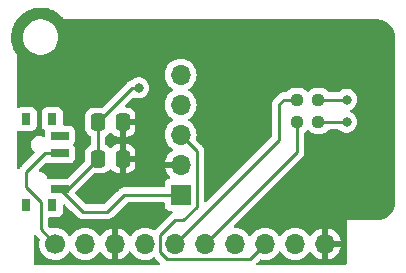
<source format=gbr>
%TF.GenerationSoftware,KiCad,Pcbnew,7.0.2-1.fc38*%
%TF.CreationDate,2023-06-06T15:14:39+02:00*%
%TF.ProjectId,F0_MyCompass,46305f4d-7943-46f6-9d70-6173732e6b69,rev?*%
%TF.SameCoordinates,Original*%
%TF.FileFunction,Copper,L2,Bot*%
%TF.FilePolarity,Positive*%
%FSLAX46Y46*%
G04 Gerber Fmt 4.6, Leading zero omitted, Abs format (unit mm)*
G04 Created by KiCad (PCBNEW 7.0.2-1.fc38) date 2023-06-06 15:14:39*
%MOMM*%
%LPD*%
G01*
G04 APERTURE LIST*
G04 Aperture macros list*
%AMRoundRect*
0 Rectangle with rounded corners*
0 $1 Rounding radius*
0 $2 $3 $4 $5 $6 $7 $8 $9 X,Y pos of 4 corners*
0 Add a 4 corners polygon primitive as box body*
4,1,4,$2,$3,$4,$5,$6,$7,$8,$9,$2,$3,0*
0 Add four circle primitives for the rounded corners*
1,1,$1+$1,$2,$3*
1,1,$1+$1,$4,$5*
1,1,$1+$1,$6,$7*
1,1,$1+$1,$8,$9*
0 Add four rect primitives between the rounded corners*
20,1,$1+$1,$2,$3,$4,$5,0*
20,1,$1+$1,$4,$5,$6,$7,0*
20,1,$1+$1,$6,$7,$8,$9,0*
20,1,$1+$1,$8,$9,$2,$3,0*%
G04 Aperture macros list end*
%TA.AperFunction,ComponentPad*%
%ADD10R,1.700000X1.700000*%
%TD*%
%TA.AperFunction,ComponentPad*%
%ADD11O,1.700000X1.700000*%
%TD*%
%TA.AperFunction,ComponentPad*%
%ADD12C,1.700000*%
%TD*%
%TA.AperFunction,SMDPad,CuDef*%
%ADD13R,0.800000X1.000000*%
%TD*%
%TA.AperFunction,SMDPad,CuDef*%
%ADD14R,1.500000X0.700000*%
%TD*%
%TA.AperFunction,SMDPad,CuDef*%
%ADD15RoundRect,0.250000X-0.337500X-0.475000X0.337500X-0.475000X0.337500X0.475000X-0.337500X0.475000X0*%
%TD*%
%TA.AperFunction,SMDPad,CuDef*%
%ADD16RoundRect,0.237500X0.250000X0.237500X-0.250000X0.237500X-0.250000X-0.237500X0.250000X-0.237500X0*%
%TD*%
%TA.AperFunction,ViaPad*%
%ADD17C,0.800000*%
%TD*%
%TA.AperFunction,Conductor*%
%ADD18C,0.250000*%
%TD*%
G04 APERTURE END LIST*
D10*
%TO.P,GY-271,1,Pin_1*%
%TO.N,+3V3*%
X92850000Y-95850000D03*
D11*
%TO.P,GY-271,2,Pin_2*%
%TO.N,GND*%
X92850000Y-93310000D03*
%TO.P,GY-271,3,Pin_3*%
%TO.N,Net-(GY-271-Pin_3)*%
X92850000Y-90770000D03*
%TO.P,GY-271,4,Pin_4*%
%TO.N,Net-(GY-271-Pin_4)*%
X92850000Y-88230000D03*
%TO.P,GY-271,5,Pin_5*%
%TO.N,unconnected-(GY-271-Pin_5-Pad5)*%
X92850000Y-85690000D03*
%TD*%
D12*
%TO.P,J1,1,Pin_1*%
%TO.N,Net-(J1-Pin_1)*%
X82220000Y-100000000D03*
D11*
%TO.P,J1,2,Pin_2*%
%TO.N,unconnected-(J1-Pin_2-Pad2)*%
X84760000Y-100000000D03*
%TO.P,J1,3,Pin_3*%
%TO.N,GND*%
X87300000Y-100000000D03*
%TO.P,J1,4,Pin_4*%
%TO.N,unconnected-(J1-Pin_4-Pad4)*%
X89840000Y-100000000D03*
%TO.P,J1,5,Pin_5*%
%TO.N,Net-(J1-Pin_5)*%
X92380000Y-100000000D03*
%TO.P,J1,6,Pin_6*%
%TO.N,Net-(J1-Pin_6)*%
X94920000Y-100000000D03*
%TO.P,J1,7,Pin_7*%
%TO.N,Net-(GY-271-Pin_4)*%
X97460000Y-100000000D03*
%TO.P,J1,8,Pin_8*%
%TO.N,Net-(GY-271-Pin_3)*%
X100000000Y-100000000D03*
%TO.P,J1,9,Pin_9*%
%TO.N,unconnected-(J1-Pin_9-Pad9)*%
X102540000Y-100000000D03*
%TO.P,J1,10,Pin_10*%
%TO.N,GND*%
X105080000Y-100000000D03*
%TD*%
D13*
%TO.P,SW1,*%
%TO.N,*%
X79770000Y-96750000D03*
X81980000Y-96750000D03*
X79770000Y-89450000D03*
X81980000Y-89450000D03*
D14*
%TO.P,SW1,1,A*%
%TO.N,+3V3*%
X82630000Y-95350000D03*
%TO.P,SW1,2,B*%
%TO.N,Net-(J1-Pin_1)*%
X82630000Y-92350000D03*
%TO.P,SW1,3,C*%
%TO.N,unconnected-(SW1-C-Pad3)*%
X82630000Y-90850000D03*
%TD*%
D15*
%TO.P,C1,1*%
%TO.N,+3V3*%
X85862500Y-92800000D03*
%TO.P,C1,2*%
%TO.N,GND*%
X87937500Y-92800000D03*
%TD*%
D16*
%TO.P,R3,1*%
%TO.N,Net-(U1-TXD)*%
X104525000Y-89700000D03*
%TO.P,R3,2*%
%TO.N,Net-(J1-Pin_6)*%
X102700000Y-89700000D03*
%TD*%
D15*
%TO.P,C2,1*%
%TO.N,+3V3*%
X85862500Y-89700000D03*
%TO.P,C2,2*%
%TO.N,GND*%
X87937500Y-89700000D03*
%TD*%
D16*
%TO.P,R2,1*%
%TO.N,Net-(U1-RXD)*%
X104525000Y-87800000D03*
%TO.P,R2,2*%
%TO.N,Net-(J1-Pin_5)*%
X102700000Y-87800000D03*
%TD*%
D17*
%TO.N,+3V3*%
X89300000Y-86800000D03*
%TO.N,GND*%
X95900000Y-83300000D03*
X104900000Y-93500000D03*
X89900000Y-97800000D03*
X98800000Y-90200000D03*
X109000000Y-83200000D03*
X109100000Y-96000000D03*
X90300000Y-92100000D03*
X84600000Y-86600000D03*
%TO.N,Net-(U1-RXD)*%
X106900000Y-87800000D03*
%TO.N,Net-(U1-TXD)*%
X106900000Y-89700000D03*
%TD*%
D18*
%TO.N,+3V3*%
X82630000Y-95350000D02*
X83312500Y-95350000D01*
X83312500Y-95350000D02*
X85862500Y-92800000D01*
X85862500Y-89700000D02*
X88762500Y-86800000D01*
X88762500Y-86800000D02*
X89300000Y-86800000D01*
X85862500Y-92800000D02*
X85862500Y-89700000D01*
X84580000Y-97300000D02*
X86625000Y-97300000D01*
X88075000Y-95850000D02*
X92850000Y-95850000D01*
X87925000Y-96000000D02*
X88075000Y-95850000D01*
X82630000Y-95350000D02*
X84580000Y-97300000D01*
X86625000Y-97300000D02*
X87925000Y-96000000D01*
%TO.N,Net-(GY-271-Pin_3)*%
X91700000Y-101300000D02*
X98700000Y-101300000D01*
X91100000Y-100700000D02*
X91700000Y-101300000D01*
X91100000Y-99300000D02*
X91100000Y-100700000D01*
X92400000Y-98000000D02*
X91100000Y-99300000D01*
X98700000Y-101300000D02*
X100000000Y-100000000D01*
X93050000Y-98000000D02*
X92400000Y-98000000D01*
X92850000Y-90770000D02*
X94200000Y-92120000D01*
X94200000Y-92120000D02*
X94200000Y-96850000D01*
X94200000Y-96850000D02*
X93050000Y-98000000D01*
%TO.N,Net-(J1-Pin_1)*%
X79800000Y-95230000D02*
X81000000Y-96430000D01*
X81000000Y-96430000D02*
X81000000Y-98780000D01*
X81350000Y-92350000D02*
X79800000Y-93900000D01*
X79800000Y-93900000D02*
X79800000Y-95230000D01*
X82630000Y-92350000D02*
X81350000Y-92350000D01*
X81000000Y-98780000D02*
X82220000Y-100000000D01*
%TO.N,Net-(J1-Pin_5)*%
X101600000Y-87800000D02*
X101200000Y-88200000D01*
X101200000Y-88200000D02*
X101200000Y-91180000D01*
X101200000Y-91180000D02*
X92380000Y-100000000D01*
X102700000Y-87800000D02*
X101600000Y-87800000D01*
%TO.N,Net-(J1-Pin_6)*%
X102700000Y-89700000D02*
X102700000Y-92220000D01*
X102700000Y-92220000D02*
X94920000Y-100000000D01*
%TO.N,Net-(U1-RXD)*%
X106900000Y-87800000D02*
X104525000Y-87800000D01*
%TO.N,Net-(U1-TXD)*%
X106900000Y-89700000D02*
X104525000Y-89700000D01*
%TD*%
%TA.AperFunction,Conductor*%
%TO.N,GND*%
G36*
X80605703Y-99270739D02*
G01*
X80612181Y-99276771D01*
X80879762Y-99544352D01*
X80913247Y-99605675D01*
X80911856Y-99664126D01*
X80884936Y-99764593D01*
X80864340Y-100000000D01*
X80884936Y-100235407D01*
X80910496Y-100330798D01*
X80946097Y-100463663D01*
X81045965Y-100677830D01*
X81181505Y-100871401D01*
X81348599Y-101038495D01*
X81542170Y-101174035D01*
X81756337Y-101273903D01*
X81968059Y-101330633D01*
X81984592Y-101335063D01*
X82219999Y-101355659D01*
X82219999Y-101355658D01*
X82220000Y-101355659D01*
X82455408Y-101335063D01*
X82683663Y-101273903D01*
X82897830Y-101174035D01*
X83091401Y-101038495D01*
X83258495Y-100871401D01*
X83388426Y-100685839D01*
X83443002Y-100642216D01*
X83512500Y-100635022D01*
X83574855Y-100666545D01*
X83591571Y-100685837D01*
X83721505Y-100871401D01*
X83888599Y-101038495D01*
X84082170Y-101174035D01*
X84296337Y-101273903D01*
X84524592Y-101335063D01*
X84760000Y-101355659D01*
X84995408Y-101335063D01*
X85223663Y-101273903D01*
X85437830Y-101174035D01*
X85631401Y-101038495D01*
X85798495Y-100871401D01*
X85928732Y-100685403D01*
X85983307Y-100641780D01*
X86052805Y-100634586D01*
X86115160Y-100666109D01*
X86131880Y-100685404D01*
X86261893Y-100871081D01*
X86428918Y-101038106D01*
X86622423Y-101173600D01*
X86836509Y-101273430D01*
X87050000Y-101330634D01*
X87050000Y-100435501D01*
X87157685Y-100484680D01*
X87264237Y-100500000D01*
X87335763Y-100500000D01*
X87442315Y-100484680D01*
X87550000Y-100435501D01*
X87550000Y-101330633D01*
X87763490Y-101273430D01*
X87977576Y-101173600D01*
X88171081Y-101038106D01*
X88338109Y-100871078D01*
X88468119Y-100685405D01*
X88522696Y-100641780D01*
X88592194Y-100634586D01*
X88654549Y-100666109D01*
X88671265Y-100685400D01*
X88801505Y-100871401D01*
X88968599Y-101038495D01*
X89162170Y-101174035D01*
X89376337Y-101273903D01*
X89604592Y-101335063D01*
X89840000Y-101355659D01*
X90075408Y-101335063D01*
X90303663Y-101273903D01*
X90517830Y-101174035D01*
X90533536Y-101163037D01*
X90599737Y-101140709D01*
X90667505Y-101157717D01*
X90692340Y-101176930D01*
X91103228Y-101587819D01*
X91136713Y-101649142D01*
X91131729Y-101718834D01*
X91089857Y-101774767D01*
X91024393Y-101799184D01*
X91015547Y-101799500D01*
X80524500Y-101799500D01*
X80457461Y-101779815D01*
X80411706Y-101727011D01*
X80400500Y-101675500D01*
X80400500Y-99364452D01*
X80420185Y-99297413D01*
X80472989Y-99251658D01*
X80542147Y-99241714D01*
X80605703Y-99270739D01*
G37*
%TD.AperFunction*%
%TA.AperFunction,Conductor*%
G36*
X81006031Y-80004633D02*
G01*
X81160018Y-80007878D01*
X81171073Y-80008606D01*
X81180893Y-80009695D01*
X81308179Y-80023815D01*
X81311870Y-80024283D01*
X81464871Y-80046140D01*
X81476313Y-80048328D01*
X81609784Y-80080446D01*
X81612912Y-80081243D01*
X81762745Y-80121540D01*
X81774412Y-80125307D01*
X81901873Y-80173547D01*
X81904299Y-80174495D01*
X82049137Y-80232944D01*
X82060798Y-80238369D01*
X82180686Y-80301927D01*
X82319755Y-80378694D01*
X82331152Y-80385822D01*
X82439497Y-80462053D01*
X82570438Y-80556568D01*
X82581347Y-80565427D01*
X82673912Y-80649743D01*
X82797435Y-80763909D01*
X82807580Y-80774464D01*
X82865921Y-80842846D01*
X82921568Y-80908389D01*
X82986990Y-80985448D01*
X82990790Y-80991667D01*
X82993222Y-80994069D01*
X82998878Y-81000553D01*
X82999899Y-81000699D01*
X82999900Y-81000700D01*
X82999900Y-81000699D01*
X83023735Y-81004118D01*
X83032574Y-81000819D01*
X83041458Y-81000500D01*
X109495574Y-81000500D01*
X109504417Y-81000815D01*
X109569755Y-81005489D01*
X109712453Y-81016719D01*
X109729056Y-81019168D01*
X109818500Y-81038625D01*
X109820979Y-81039192D01*
X109932570Y-81065983D01*
X109946925Y-81070365D01*
X110037735Y-81104236D01*
X110041696Y-81105794D01*
X110142794Y-81147670D01*
X110154758Y-81153394D01*
X110241588Y-81200807D01*
X110246915Y-81203892D01*
X110304660Y-81239278D01*
X110338433Y-81259974D01*
X110347951Y-81266432D01*
X110427845Y-81326241D01*
X110434037Y-81331193D01*
X110505535Y-81392259D01*
X110515086Y-81400416D01*
X110522235Y-81407025D01*
X110592973Y-81477763D01*
X110599582Y-81484912D01*
X110668793Y-81565947D01*
X110673764Y-81572162D01*
X110693471Y-81598487D01*
X110733564Y-81652045D01*
X110740024Y-81661565D01*
X110796100Y-81753072D01*
X110799206Y-81758436D01*
X110846602Y-81845237D01*
X110852330Y-81857209D01*
X110875679Y-81913578D01*
X110894181Y-81958245D01*
X110895790Y-81962335D01*
X110929627Y-82053056D01*
X110934019Y-82067442D01*
X110960793Y-82178964D01*
X110961385Y-82181553D01*
X110980828Y-82270933D01*
X110983280Y-82287561D01*
X110994517Y-82430330D01*
X110999184Y-82495584D01*
X110999500Y-82504425D01*
X110999500Y-96495572D01*
X110999184Y-96504418D01*
X110994517Y-96569668D01*
X110983279Y-96712441D01*
X110980828Y-96729066D01*
X110961390Y-96818423D01*
X110960798Y-96821012D01*
X110934019Y-96932556D01*
X110929627Y-96946942D01*
X110895790Y-97037663D01*
X110894169Y-97041784D01*
X110852330Y-97142789D01*
X110846602Y-97154761D01*
X110799206Y-97241562D01*
X110796100Y-97246926D01*
X110740024Y-97338433D01*
X110733564Y-97347953D01*
X110673770Y-97427829D01*
X110668793Y-97434051D01*
X110599582Y-97515086D01*
X110592973Y-97522235D01*
X110522235Y-97592973D01*
X110515086Y-97599582D01*
X110434051Y-97668793D01*
X110427829Y-97673770D01*
X110347953Y-97733564D01*
X110338433Y-97740024D01*
X110246926Y-97796100D01*
X110241562Y-97799206D01*
X110154761Y-97846602D01*
X110142789Y-97852330D01*
X110041784Y-97894169D01*
X110037663Y-97895790D01*
X109946942Y-97929627D01*
X109932556Y-97934019D01*
X109821012Y-97960798D01*
X109818423Y-97961390D01*
X109729067Y-97980828D01*
X109712439Y-97983280D01*
X109569669Y-97994517D01*
X109504416Y-97999184D01*
X109495575Y-97999500D01*
X106924760Y-97999500D01*
X106924554Y-97999459D01*
X106899999Y-97999459D01*
X106899900Y-97999500D01*
X106899618Y-97999615D01*
X106899615Y-97999618D01*
X106899459Y-97999999D01*
X106899476Y-98024616D01*
X106899471Y-98024616D01*
X106899500Y-98024759D01*
X106899500Y-101675500D01*
X106879815Y-101742539D01*
X106827011Y-101788294D01*
X106775500Y-101799500D01*
X99384451Y-101799500D01*
X99317412Y-101779815D01*
X99271657Y-101727011D01*
X99261713Y-101657853D01*
X99290738Y-101594297D01*
X99296770Y-101587819D01*
X99296769Y-101587819D01*
X99544353Y-101340235D01*
X99605674Y-101306752D01*
X99664125Y-101308142D01*
X99764592Y-101335063D01*
X100000000Y-101355659D01*
X100235408Y-101335063D01*
X100463663Y-101273903D01*
X100677830Y-101174035D01*
X100871401Y-101038495D01*
X101038495Y-100871401D01*
X101168427Y-100685838D01*
X101223001Y-100642216D01*
X101292499Y-100635022D01*
X101354854Y-100666545D01*
X101371572Y-100685838D01*
X101501505Y-100871401D01*
X101668599Y-101038495D01*
X101862170Y-101174035D01*
X102076337Y-101273903D01*
X102304592Y-101335063D01*
X102540000Y-101355659D01*
X102775408Y-101335063D01*
X103003663Y-101273903D01*
X103217830Y-101174035D01*
X103411401Y-101038495D01*
X103578495Y-100871401D01*
X103708732Y-100685403D01*
X103763307Y-100641780D01*
X103832805Y-100634586D01*
X103895160Y-100666109D01*
X103911880Y-100685404D01*
X104041893Y-100871081D01*
X104208918Y-101038106D01*
X104402423Y-101173600D01*
X104616509Y-101273430D01*
X104830000Y-101330634D01*
X104829999Y-100435501D01*
X104937685Y-100484680D01*
X105044237Y-100500000D01*
X105115763Y-100500000D01*
X105222315Y-100484680D01*
X105330000Y-100435501D01*
X105330000Y-101330633D01*
X105543490Y-101273430D01*
X105757576Y-101173600D01*
X105951081Y-101038106D01*
X106118106Y-100871081D01*
X106253600Y-100677576D01*
X106353430Y-100463492D01*
X106410636Y-100250000D01*
X105513686Y-100250000D01*
X105539493Y-100209844D01*
X105580000Y-100071889D01*
X105580000Y-99928111D01*
X105539493Y-99790156D01*
X105513686Y-99750000D01*
X106410636Y-99750000D01*
X106410635Y-99749999D01*
X106353430Y-99536507D01*
X106253599Y-99322421D01*
X106118109Y-99128921D01*
X105951081Y-98961893D01*
X105757576Y-98826399D01*
X105543492Y-98726569D01*
X105330000Y-98669364D01*
X105330000Y-99564498D01*
X105222315Y-99515320D01*
X105115763Y-99500000D01*
X105044237Y-99500000D01*
X104937685Y-99515320D01*
X104829999Y-99564498D01*
X104829999Y-98669364D01*
X104616507Y-98726569D01*
X104402421Y-98826400D01*
X104208921Y-98961890D01*
X104041893Y-99128918D01*
X103911880Y-99314596D01*
X103857303Y-99358220D01*
X103787804Y-99365413D01*
X103725450Y-99333891D01*
X103708730Y-99314595D01*
X103696699Y-99297413D01*
X103578495Y-99128599D01*
X103411401Y-98961505D01*
X103217830Y-98825965D01*
X103003663Y-98726097D01*
X102942501Y-98709709D01*
X102775407Y-98664936D01*
X102540000Y-98644340D01*
X102304592Y-98664936D01*
X102076336Y-98726097D01*
X101862170Y-98825965D01*
X101668598Y-98961505D01*
X101501505Y-99128598D01*
X101371575Y-99314159D01*
X101316998Y-99357784D01*
X101247500Y-99364978D01*
X101185145Y-99333455D01*
X101168425Y-99314159D01*
X101124661Y-99251658D01*
X101038495Y-99128599D01*
X100871401Y-98961505D01*
X100677830Y-98825965D01*
X100463663Y-98726097D01*
X100402502Y-98709709D01*
X100235407Y-98664936D01*
X99999999Y-98644340D01*
X99764592Y-98664936D01*
X99536336Y-98726097D01*
X99322170Y-98825965D01*
X99128598Y-98961505D01*
X98961505Y-99128598D01*
X98831575Y-99314159D01*
X98776998Y-99357784D01*
X98707500Y-99364978D01*
X98645145Y-99333455D01*
X98628425Y-99314159D01*
X98584661Y-99251658D01*
X98498495Y-99128599D01*
X98331401Y-98961505D01*
X98137830Y-98825965D01*
X97923663Y-98726097D01*
X97862501Y-98709709D01*
X97695407Y-98664936D01*
X97449269Y-98643401D01*
X97384201Y-98617948D01*
X97343222Y-98561357D01*
X97339344Y-98491595D01*
X97372394Y-98432194D01*
X103083786Y-92720802D01*
X103099886Y-92707905D01*
X103101874Y-92705787D01*
X103101877Y-92705786D01*
X103147964Y-92656707D01*
X103150549Y-92654039D01*
X103170120Y-92634470D01*
X103172565Y-92631316D01*
X103180154Y-92622429D01*
X103210062Y-92590582D01*
X103219713Y-92573026D01*
X103230393Y-92556767D01*
X103242674Y-92540936D01*
X103260018Y-92500851D01*
X103265160Y-92490356D01*
X103286197Y-92452092D01*
X103291178Y-92432688D01*
X103297480Y-92414283D01*
X103305438Y-92395895D01*
X103312270Y-92352748D01*
X103314639Y-92341316D01*
X103325500Y-92299020D01*
X103325500Y-92278983D01*
X103327027Y-92259584D01*
X103330160Y-92239804D01*
X103326050Y-92196324D01*
X103325500Y-92184655D01*
X103325500Y-90642191D01*
X103345185Y-90575152D01*
X103384404Y-90536652D01*
X103388489Y-90534131D01*
X103410850Y-90520340D01*
X103447039Y-90484151D01*
X103524819Y-90406372D01*
X103586142Y-90372887D01*
X103655834Y-90377871D01*
X103700181Y-90406372D01*
X103814147Y-90520338D01*
X103814149Y-90520339D01*
X103814150Y-90520340D01*
X103902014Y-90574535D01*
X103960984Y-90610908D01*
X104124746Y-90665174D01*
X104222690Y-90675180D01*
X104222691Y-90675180D01*
X104225823Y-90675500D01*
X104824176Y-90675499D01*
X104925253Y-90665174D01*
X105089016Y-90610908D01*
X105235850Y-90520340D01*
X105357840Y-90398350D01*
X105366441Y-90384404D01*
X105418389Y-90337679D01*
X105471981Y-90325500D01*
X106196253Y-90325500D01*
X106263292Y-90345185D01*
X106288400Y-90366526D01*
X106294129Y-90372888D01*
X106447270Y-90484151D01*
X106447271Y-90484151D01*
X106447272Y-90484152D01*
X106620197Y-90561144D01*
X106805352Y-90600500D01*
X106805354Y-90600500D01*
X106994648Y-90600500D01*
X107124100Y-90572984D01*
X107179803Y-90561144D01*
X107352730Y-90484151D01*
X107396806Y-90452128D01*
X107505870Y-90372889D01*
X107511598Y-90366528D01*
X107632533Y-90232216D01*
X107727179Y-90068284D01*
X107785674Y-89888256D01*
X107805460Y-89700000D01*
X107785674Y-89511744D01*
X107727179Y-89331716D01*
X107727179Y-89331715D01*
X107632533Y-89167783D01*
X107505870Y-89027110D01*
X107352732Y-88915849D01*
X107259505Y-88874342D01*
X107234658Y-88863279D01*
X107181421Y-88818029D01*
X107161100Y-88751180D01*
X107180145Y-88683957D01*
X107232511Y-88637701D01*
X107234657Y-88636721D01*
X107352730Y-88584151D01*
X107352730Y-88584150D01*
X107352732Y-88584150D01*
X107505870Y-88472889D01*
X107511598Y-88466528D01*
X107632533Y-88332216D01*
X107727179Y-88168284D01*
X107785674Y-87988256D01*
X107805460Y-87800000D01*
X107785674Y-87611744D01*
X107727179Y-87431716D01*
X107727179Y-87431715D01*
X107632533Y-87267783D01*
X107505870Y-87127110D01*
X107352730Y-87015848D01*
X107179802Y-86938855D01*
X106994648Y-86899500D01*
X106994646Y-86899500D01*
X106805354Y-86899500D01*
X106805352Y-86899500D01*
X106620197Y-86938855D01*
X106447272Y-87015847D01*
X106384333Y-87061575D01*
X106294129Y-87127112D01*
X106288401Y-87133472D01*
X106228916Y-87170121D01*
X106196253Y-87174500D01*
X105471981Y-87174500D01*
X105404942Y-87154815D01*
X105366441Y-87115595D01*
X105357838Y-87101647D01*
X105235852Y-86979661D01*
X105089015Y-86889091D01*
X104925253Y-86834825D01*
X104827309Y-86824819D01*
X104827290Y-86824818D01*
X104824177Y-86824500D01*
X104821028Y-86824500D01*
X104228973Y-86824500D01*
X104228953Y-86824500D01*
X104225824Y-86824501D01*
X104222692Y-86824820D01*
X104222690Y-86824821D01*
X104124747Y-86834825D01*
X103960984Y-86889091D01*
X103814147Y-86979661D01*
X103700181Y-87093628D01*
X103638858Y-87127113D01*
X103569166Y-87122129D01*
X103524819Y-87093628D01*
X103410852Y-86979661D01*
X103264015Y-86889091D01*
X103100253Y-86834825D01*
X103002309Y-86824819D01*
X103002290Y-86824818D01*
X102999177Y-86824500D01*
X102996028Y-86824500D01*
X102403973Y-86824500D01*
X102403953Y-86824500D01*
X102400824Y-86824501D01*
X102397692Y-86824820D01*
X102397690Y-86824821D01*
X102299747Y-86834825D01*
X102135984Y-86889091D01*
X101989147Y-86979661D01*
X101867161Y-87101647D01*
X101858559Y-87115595D01*
X101806611Y-87162321D01*
X101753019Y-87174500D01*
X101682740Y-87174500D01*
X101662236Y-87172236D01*
X101592144Y-87174439D01*
X101588250Y-87174500D01*
X101560650Y-87174500D01*
X101556789Y-87174987D01*
X101556778Y-87174988D01*
X101556645Y-87175005D01*
X101545029Y-87175918D01*
X101501368Y-87177290D01*
X101482129Y-87182880D01*
X101463080Y-87186825D01*
X101443208Y-87189335D01*
X101402593Y-87205415D01*
X101391549Y-87209196D01*
X101349611Y-87221382D01*
X101332364Y-87231581D01*
X101314900Y-87240136D01*
X101296267Y-87247514D01*
X101260926Y-87273189D01*
X101251168Y-87279599D01*
X101213579Y-87301829D01*
X101199410Y-87315998D01*
X101184622Y-87328628D01*
X101168413Y-87340405D01*
X101140572Y-87374058D01*
X101132711Y-87382696D01*
X100816208Y-87699199D01*
X100800110Y-87712096D01*
X100752096Y-87763225D01*
X100749392Y-87766016D01*
X100732628Y-87782780D01*
X100732621Y-87782787D01*
X100729880Y-87785529D01*
X100727499Y-87788597D01*
X100727490Y-87788608D01*
X100727411Y-87788711D01*
X100719842Y-87797572D01*
X100689935Y-87829420D01*
X100680285Y-87846974D01*
X100669609Y-87863228D01*
X100657326Y-87879063D01*
X100639975Y-87919158D01*
X100634838Y-87929644D01*
X100613802Y-87967907D01*
X100608821Y-87987309D01*
X100602520Y-88005711D01*
X100594561Y-88024102D01*
X100587728Y-88067242D01*
X100585360Y-88078674D01*
X100574499Y-88120977D01*
X100574500Y-88141016D01*
X100572973Y-88160414D01*
X100569840Y-88180194D01*
X100573950Y-88223673D01*
X100574500Y-88235343D01*
X100574500Y-90869547D01*
X100554815Y-90936586D01*
X100538181Y-90957228D01*
X95037180Y-96458228D01*
X94975857Y-96491713D01*
X94906165Y-96486729D01*
X94850232Y-96444857D01*
X94825815Y-96379393D01*
X94825500Y-96370574D01*
X94825500Y-92202739D01*
X94827763Y-92182238D01*
X94825561Y-92112144D01*
X94825500Y-92108250D01*
X94825500Y-92084544D01*
X94825500Y-92080650D01*
X94824998Y-92076681D01*
X94824080Y-92065024D01*
X94822709Y-92021373D01*
X94817120Y-92002137D01*
X94813176Y-91983093D01*
X94810664Y-91963208D01*
X94794582Y-91922591D01*
X94790798Y-91911540D01*
X94790219Y-91909546D01*
X94778617Y-91869610D01*
X94770955Y-91856654D01*
X94768421Y-91852369D01*
X94759863Y-91834902D01*
X94752486Y-91816268D01*
X94726798Y-91780912D01*
X94720409Y-91771184D01*
X94698170Y-91733579D01*
X94684006Y-91719415D01*
X94671369Y-91704620D01*
X94659595Y-91688414D01*
X94655535Y-91685055D01*
X94625935Y-91660568D01*
X94617305Y-91652714D01*
X94190237Y-91225646D01*
X94156752Y-91164323D01*
X94158143Y-91105872D01*
X94185063Y-91005408D01*
X94187708Y-90975182D01*
X94205659Y-90770000D01*
X94185063Y-90534592D01*
X94171548Y-90484152D01*
X94123903Y-90306337D01*
X94024035Y-90092171D01*
X93888495Y-89898599D01*
X93721401Y-89731505D01*
X93535839Y-89601573D01*
X93492216Y-89546998D01*
X93485022Y-89477500D01*
X93516545Y-89415145D01*
X93535837Y-89398428D01*
X93721401Y-89268495D01*
X93888495Y-89101401D01*
X94024035Y-88907830D01*
X94123903Y-88693663D01*
X94185063Y-88465408D01*
X94205659Y-88230000D01*
X94185063Y-87994592D01*
X94123903Y-87766337D01*
X94024035Y-87552171D01*
X93888495Y-87358599D01*
X93721401Y-87191505D01*
X93535839Y-87061573D01*
X93492216Y-87006998D01*
X93485022Y-86937500D01*
X93516545Y-86875145D01*
X93535837Y-86858428D01*
X93721401Y-86728495D01*
X93888495Y-86561401D01*
X94024035Y-86367830D01*
X94123903Y-86153663D01*
X94185063Y-85925408D01*
X94205659Y-85690000D01*
X94185063Y-85454592D01*
X94123903Y-85226337D01*
X94024035Y-85012171D01*
X93888495Y-84818599D01*
X93721401Y-84651505D01*
X93527830Y-84515965D01*
X93313663Y-84416097D01*
X93252501Y-84399709D01*
X93085407Y-84354936D01*
X92850000Y-84334340D01*
X92614592Y-84354936D01*
X92386336Y-84416097D01*
X92172170Y-84515965D01*
X91978598Y-84651505D01*
X91811505Y-84818598D01*
X91675965Y-85012170D01*
X91576097Y-85226336D01*
X91514936Y-85454592D01*
X91494340Y-85690000D01*
X91514936Y-85925407D01*
X91539170Y-86015848D01*
X91576097Y-86153663D01*
X91675965Y-86367830D01*
X91811505Y-86561401D01*
X91978599Y-86728495D01*
X92164160Y-86858426D01*
X92207783Y-86913002D01*
X92214976Y-86982501D01*
X92183454Y-87044855D01*
X92164158Y-87061575D01*
X91987030Y-87185602D01*
X91978595Y-87191508D01*
X91811505Y-87358598D01*
X91675965Y-87552170D01*
X91576097Y-87766336D01*
X91514936Y-87994592D01*
X91494340Y-88230000D01*
X91514936Y-88465407D01*
X91546754Y-88584152D01*
X91576097Y-88693663D01*
X91675965Y-88907830D01*
X91811505Y-89101401D01*
X91978599Y-89268495D01*
X92164160Y-89398426D01*
X92207783Y-89453002D01*
X92214976Y-89522501D01*
X92183454Y-89584855D01*
X92164159Y-89601575D01*
X91978595Y-89731508D01*
X91811505Y-89898598D01*
X91675965Y-90092170D01*
X91576097Y-90306336D01*
X91514936Y-90534592D01*
X91494340Y-90769999D01*
X91514936Y-91005407D01*
X91514937Y-91005409D01*
X91576097Y-91233663D01*
X91675965Y-91447830D01*
X91811505Y-91641401D01*
X91978599Y-91808495D01*
X92164596Y-91938732D01*
X92208219Y-91993307D01*
X92215412Y-92062806D01*
X92183890Y-92125160D01*
X92164595Y-92141880D01*
X91978919Y-92271892D01*
X91811890Y-92438921D01*
X91676400Y-92632421D01*
X91576569Y-92846507D01*
X91519364Y-93059999D01*
X91519364Y-93060000D01*
X92416314Y-93060000D01*
X92390507Y-93100156D01*
X92350000Y-93238111D01*
X92350000Y-93381889D01*
X92390507Y-93519844D01*
X92416314Y-93560000D01*
X91519364Y-93560000D01*
X91576569Y-93773492D01*
X91676399Y-93987576D01*
X91811893Y-94181081D01*
X91933946Y-94303134D01*
X91967431Y-94364457D01*
X91962447Y-94434149D01*
X91920575Y-94490082D01*
X91889599Y-94506997D01*
X91757669Y-94556204D01*
X91642454Y-94642454D01*
X91556204Y-94757668D01*
X91556203Y-94757669D01*
X91556204Y-94757669D01*
X91505909Y-94892517D01*
X91499500Y-94952127D01*
X91499500Y-94955449D01*
X91499500Y-95100500D01*
X91479815Y-95167539D01*
X91427011Y-95213294D01*
X91375500Y-95224500D01*
X88157744Y-95224500D01*
X88137237Y-95222235D01*
X88067127Y-95224439D01*
X88063232Y-95224500D01*
X88035650Y-95224500D01*
X88031805Y-95224985D01*
X88031780Y-95224987D01*
X88031653Y-95225004D01*
X88020033Y-95225918D01*
X87976369Y-95227290D01*
X87957129Y-95232880D01*
X87938081Y-95236825D01*
X87918209Y-95239335D01*
X87877599Y-95255413D01*
X87866554Y-95259194D01*
X87824610Y-95271381D01*
X87807365Y-95281579D01*
X87789904Y-95290133D01*
X87771267Y-95297512D01*
X87735931Y-95323185D01*
X87726174Y-95329595D01*
X87688580Y-95351829D01*
X87674413Y-95365996D01*
X87659624Y-95378626D01*
X87643415Y-95390402D01*
X87615574Y-95424057D01*
X87607713Y-95432696D01*
X87454880Y-95585529D01*
X87454876Y-95585533D01*
X86897892Y-96142517D01*
X86402228Y-96638181D01*
X86340905Y-96671666D01*
X86314547Y-96674500D01*
X84890453Y-96674500D01*
X84823414Y-96654815D01*
X84802772Y-96638181D01*
X83943521Y-95778930D01*
X83910036Y-95717607D01*
X83915020Y-95647915D01*
X83943521Y-95603568D01*
X85485271Y-94061818D01*
X85546594Y-94028333D01*
X85572952Y-94025499D01*
X86246859Y-94025499D01*
X86250008Y-94025499D01*
X86352797Y-94014999D01*
X86519334Y-93959814D01*
X86668656Y-93867712D01*
X86792712Y-93743656D01*
X86794752Y-93740347D01*
X86846695Y-93693622D01*
X86915657Y-93682395D01*
X86979741Y-93710235D01*
X87005831Y-93740343D01*
X87007682Y-93743344D01*
X87131654Y-93867316D01*
X87280877Y-93959357D01*
X87447303Y-94014506D01*
X87546890Y-94024680D01*
X87553168Y-94024999D01*
X87687499Y-94024999D01*
X87687500Y-94024998D01*
X87687500Y-93050000D01*
X88187500Y-93050000D01*
X88187500Y-94024999D01*
X88321829Y-94024999D01*
X88328111Y-94024678D01*
X88427695Y-94014506D01*
X88594122Y-93959357D01*
X88743345Y-93867316D01*
X88867316Y-93743345D01*
X88959357Y-93594122D01*
X89014506Y-93427696D01*
X89024680Y-93328109D01*
X89025000Y-93321831D01*
X89025000Y-93050000D01*
X88187500Y-93050000D01*
X87687500Y-93050000D01*
X87687500Y-91575000D01*
X88187500Y-91575000D01*
X88187500Y-92550000D01*
X89024999Y-92550000D01*
X89024999Y-92278170D01*
X89024678Y-92271888D01*
X89014506Y-92172304D01*
X88959357Y-92005877D01*
X88867316Y-91856654D01*
X88743345Y-91732683D01*
X88594122Y-91640642D01*
X88427696Y-91585493D01*
X88328109Y-91575319D01*
X88321832Y-91575000D01*
X88187500Y-91575000D01*
X87687500Y-91575000D01*
X87553171Y-91575000D01*
X87546888Y-91575321D01*
X87447304Y-91585493D01*
X87280877Y-91640642D01*
X87131654Y-91732683D01*
X87007683Y-91856654D01*
X87005830Y-91859659D01*
X86953880Y-91906382D01*
X86884917Y-91917602D01*
X86820836Y-91889757D01*
X86794752Y-91859652D01*
X86792903Y-91856654D01*
X86792712Y-91856344D01*
X86792710Y-91856342D01*
X86792709Y-91856340D01*
X86668657Y-91732288D01*
X86546904Y-91657191D01*
X86500179Y-91605243D01*
X86488000Y-91551652D01*
X86488000Y-90948347D01*
X86507685Y-90881308D01*
X86546901Y-90842810D01*
X86668656Y-90767712D01*
X86792712Y-90643656D01*
X86794752Y-90640347D01*
X86846695Y-90593622D01*
X86915657Y-90582395D01*
X86979741Y-90610235D01*
X87005831Y-90640343D01*
X87007682Y-90643344D01*
X87131654Y-90767316D01*
X87280877Y-90859357D01*
X87447303Y-90914506D01*
X87546890Y-90924680D01*
X87553168Y-90924999D01*
X87687499Y-90924999D01*
X87687500Y-90924998D01*
X87687500Y-89950000D01*
X88187500Y-89950000D01*
X88187500Y-90924999D01*
X88321829Y-90924999D01*
X88328111Y-90924678D01*
X88427695Y-90914506D01*
X88594122Y-90859357D01*
X88743345Y-90767316D01*
X88867316Y-90643345D01*
X88959357Y-90494122D01*
X89014506Y-90327696D01*
X89024680Y-90228109D01*
X89025000Y-90221831D01*
X89025000Y-89950000D01*
X88187500Y-89950000D01*
X87687500Y-89950000D01*
X87687500Y-89574000D01*
X87707185Y-89506961D01*
X87759989Y-89461206D01*
X87811500Y-89450000D01*
X89024999Y-89450000D01*
X89024999Y-89178170D01*
X89024678Y-89171888D01*
X89014506Y-89072304D01*
X88959357Y-88905877D01*
X88867316Y-88756654D01*
X88743345Y-88632683D01*
X88594122Y-88540642D01*
X88427696Y-88485493D01*
X88328109Y-88475319D01*
X88321832Y-88475000D01*
X88271451Y-88475000D01*
X88204412Y-88455315D01*
X88158657Y-88402511D01*
X88148713Y-88333353D01*
X88177738Y-88269797D01*
X88183761Y-88263328D01*
X88797851Y-87649238D01*
X88859172Y-87615755D01*
X88928864Y-87620739D01*
X88935966Y-87623642D01*
X89020197Y-87661144D01*
X89205352Y-87700500D01*
X89205354Y-87700500D01*
X89394648Y-87700500D01*
X89518083Y-87674262D01*
X89579803Y-87661144D01*
X89752730Y-87584151D01*
X89905871Y-87472888D01*
X90032533Y-87332216D01*
X90127179Y-87168284D01*
X90185674Y-86988256D01*
X90205460Y-86800000D01*
X90185674Y-86611744D01*
X90127179Y-86431716D01*
X90127179Y-86431715D01*
X90032533Y-86267783D01*
X89905870Y-86127110D01*
X89752730Y-86015848D01*
X89579802Y-85938855D01*
X89394648Y-85899500D01*
X89394646Y-85899500D01*
X89205354Y-85899500D01*
X89205352Y-85899500D01*
X89020197Y-85938855D01*
X88847272Y-86015847D01*
X88694128Y-86127113D01*
X88673111Y-86150453D01*
X88620086Y-86183116D01*
X88620267Y-86183572D01*
X88617692Y-86184591D01*
X88613623Y-86187098D01*
X88609079Y-86188000D01*
X88565082Y-86205419D01*
X88554037Y-86209200D01*
X88512113Y-86221381D01*
X88494865Y-86231581D01*
X88477403Y-86240135D01*
X88465415Y-86244881D01*
X88458765Y-86247515D01*
X88423426Y-86273189D01*
X88413668Y-86279599D01*
X88376079Y-86301829D01*
X88361910Y-86315998D01*
X88347122Y-86328628D01*
X88330913Y-86340405D01*
X88303072Y-86374058D01*
X88295211Y-86382696D01*
X86239726Y-88438181D01*
X86178403Y-88471666D01*
X86152045Y-88474500D01*
X85478141Y-88474500D01*
X85478121Y-88474500D01*
X85474992Y-88474501D01*
X85471860Y-88474820D01*
X85471858Y-88474821D01*
X85372203Y-88485000D01*
X85205665Y-88540186D01*
X85056342Y-88632288D01*
X84932288Y-88756342D01*
X84840186Y-88905665D01*
X84785000Y-89072202D01*
X84774819Y-89171858D01*
X84774817Y-89171878D01*
X84774500Y-89174991D01*
X84774500Y-89178138D01*
X84774500Y-89178139D01*
X84774500Y-90221859D01*
X84774500Y-90221878D01*
X84774501Y-90225008D01*
X84774820Y-90228140D01*
X84774821Y-90228141D01*
X84785000Y-90327796D01*
X84840186Y-90494334D01*
X84932288Y-90643657D01*
X85056342Y-90767711D01*
X85056344Y-90767712D01*
X85178097Y-90842809D01*
X85224821Y-90894755D01*
X85237000Y-90948347D01*
X85237000Y-91551652D01*
X85217315Y-91618691D01*
X85178096Y-91657191D01*
X85056342Y-91732288D01*
X84932288Y-91856342D01*
X84840186Y-92005665D01*
X84785000Y-92172202D01*
X84774819Y-92271858D01*
X84774817Y-92271878D01*
X84774500Y-92274991D01*
X84774500Y-92278139D01*
X84774500Y-92952046D01*
X84754815Y-93019085D01*
X84738181Y-93039727D01*
X83314727Y-94463181D01*
X83253404Y-94496666D01*
X83227046Y-94499500D01*
X81835439Y-94499500D01*
X81835420Y-94499500D01*
X81832128Y-94499501D01*
X81828848Y-94499853D01*
X81828840Y-94499854D01*
X81772513Y-94505909D01*
X81715886Y-94527030D01*
X81646195Y-94532014D01*
X81584872Y-94498528D01*
X81552157Y-94440522D01*
X81529790Y-94349775D01*
X81529789Y-94349775D01*
X81450734Y-94199148D01*
X81337929Y-94071817D01*
X81337928Y-94071816D01*
X81337927Y-94071815D01*
X81197930Y-93975182D01*
X81038872Y-93914860D01*
X80962512Y-93905588D01*
X80898334Y-93877966D01*
X80859278Y-93820031D01*
X80857743Y-93750179D01*
X80889776Y-93694813D01*
X81449104Y-93135485D01*
X81510425Y-93102002D01*
X81580117Y-93106986D01*
X81611094Y-93123902D01*
X81626569Y-93135487D01*
X81637669Y-93143796D01*
X81772517Y-93194091D01*
X81832127Y-93200500D01*
X83427872Y-93200499D01*
X83487483Y-93194091D01*
X83622331Y-93143796D01*
X83737546Y-93057546D01*
X83823796Y-92942331D01*
X83874091Y-92807483D01*
X83880500Y-92747873D01*
X83880499Y-91952128D01*
X83874091Y-91892517D01*
X83823796Y-91757669D01*
X83805762Y-91733579D01*
X83761394Y-91674311D01*
X83736976Y-91608847D01*
X83751827Y-91540574D01*
X83761394Y-91525689D01*
X83809930Y-91460853D01*
X83823796Y-91442331D01*
X83874091Y-91307483D01*
X83880500Y-91247873D01*
X83880499Y-90452128D01*
X83874091Y-90392517D01*
X83823796Y-90257669D01*
X83737546Y-90142454D01*
X83622331Y-90056204D01*
X83487483Y-90005909D01*
X83487483Y-90005908D01*
X83431166Y-89999854D01*
X83431165Y-89999853D01*
X83427873Y-89999500D01*
X83424551Y-89999500D01*
X83004500Y-89999500D01*
X82937461Y-89979815D01*
X82891706Y-89927011D01*
X82880500Y-89875500D01*
X82880499Y-88905439D01*
X82880499Y-88902128D01*
X82874091Y-88842517D01*
X82823796Y-88707669D01*
X82737546Y-88592454D01*
X82622331Y-88506204D01*
X82487483Y-88455909D01*
X82427873Y-88449500D01*
X82424550Y-88449500D01*
X81535439Y-88449500D01*
X81535420Y-88449500D01*
X81532128Y-88449501D01*
X81528848Y-88449853D01*
X81528840Y-88449854D01*
X81472515Y-88455909D01*
X81337669Y-88506204D01*
X81222454Y-88592454D01*
X81136204Y-88707668D01*
X81085909Y-88842516D01*
X81081916Y-88879660D01*
X81079500Y-88902127D01*
X81079500Y-88905448D01*
X81079500Y-88905449D01*
X81079500Y-89994560D01*
X81079500Y-89994578D01*
X81079501Y-89997872D01*
X81079853Y-90001152D01*
X81079854Y-90001159D01*
X81085909Y-90057484D01*
X81098846Y-90092170D01*
X81136204Y-90192331D01*
X81222454Y-90307546D01*
X81329811Y-90387913D01*
X81371682Y-90443845D01*
X81379500Y-90487179D01*
X81379500Y-90864397D01*
X81359815Y-90931436D01*
X81307011Y-90977191D01*
X81237853Y-90987135D01*
X81211530Y-90980339D01*
X81038874Y-90914860D01*
X80916092Y-90899951D01*
X80916080Y-90899950D01*
X80912372Y-90899500D01*
X80827628Y-90899500D01*
X80823920Y-90899950D01*
X80823907Y-90899951D01*
X80701127Y-90914860D01*
X80542069Y-90975182D01*
X80402072Y-91071815D01*
X80289265Y-91199149D01*
X80210209Y-91349775D01*
X80186042Y-91447830D01*
X80169500Y-91514944D01*
X80169500Y-91685056D01*
X80170328Y-91688414D01*
X80210209Y-91850224D01*
X80259446Y-91944035D01*
X80289266Y-92000852D01*
X80381589Y-92105063D01*
X80402072Y-92128184D01*
X80448325Y-92160110D01*
X80492315Y-92214393D01*
X80499975Y-92283842D01*
X80468871Y-92346407D01*
X80465566Y-92349841D01*
X79416208Y-93399199D01*
X79400110Y-93412096D01*
X79352096Y-93463225D01*
X79349392Y-93466016D01*
X79332628Y-93482780D01*
X79332621Y-93482787D01*
X79329880Y-93485529D01*
X79327499Y-93488597D01*
X79327490Y-93488608D01*
X79327411Y-93488711D01*
X79319842Y-93497572D01*
X79289935Y-93529420D01*
X79280285Y-93546974D01*
X79269609Y-93563228D01*
X79257326Y-93579063D01*
X79239975Y-93619158D01*
X79234843Y-93629633D01*
X79233162Y-93632691D01*
X79183619Y-93681955D01*
X79115304Y-93696614D01*
X79049909Y-93672011D01*
X79008196Y-93615960D01*
X79000500Y-93572955D01*
X79000500Y-90524958D01*
X79020185Y-90457919D01*
X79072989Y-90412164D01*
X79142147Y-90402220D01*
X79167829Y-90408774D01*
X79262517Y-90444091D01*
X79322127Y-90450500D01*
X80217872Y-90450499D01*
X80277483Y-90444091D01*
X80412331Y-90393796D01*
X80527546Y-90307546D01*
X80613796Y-90192331D01*
X80664091Y-90057483D01*
X80670500Y-89997873D01*
X80670499Y-88902128D01*
X80664091Y-88842517D01*
X80613796Y-88707669D01*
X80527546Y-88592454D01*
X80412331Y-88506204D01*
X80277483Y-88455909D01*
X80217873Y-88449500D01*
X80214550Y-88449500D01*
X79325439Y-88449500D01*
X79325420Y-88449500D01*
X79322128Y-88449501D01*
X79318848Y-88449853D01*
X79318840Y-88449854D01*
X79262515Y-88455909D01*
X79186885Y-88484117D01*
X79167832Y-88491224D01*
X79098142Y-88496208D01*
X79036819Y-88462723D01*
X79003334Y-88401400D01*
X79000500Y-88375042D01*
X79000500Y-84010334D01*
X79001318Y-83998857D01*
X78993480Y-83989208D01*
X78886717Y-83827346D01*
X78837369Y-83752134D01*
X78830059Y-83739410D01*
X78769157Y-83617181D01*
X78755058Y-83588883D01*
X78700031Y-83476410D01*
X78694580Y-83463451D01*
X78640489Y-83311226D01*
X78597664Y-83185932D01*
X78594014Y-83172992D01*
X78559246Y-83017946D01*
X78531802Y-82885071D01*
X78529873Y-82872450D01*
X78514306Y-82716932D01*
X78514077Y-82714349D01*
X78503458Y-82578513D01*
X78503110Y-82566268D01*
X78504506Y-82500000D01*
X79494356Y-82500000D01*
X79514891Y-82747816D01*
X79514891Y-82747819D01*
X79514892Y-82747821D01*
X79575937Y-82988881D01*
X79601928Y-83048134D01*
X79675825Y-83216604D01*
X79675827Y-83216607D01*
X79811836Y-83424785D01*
X79980256Y-83607738D01*
X80045667Y-83658650D01*
X80176485Y-83760470D01*
X80176487Y-83760471D01*
X80176491Y-83760474D01*
X80395190Y-83878828D01*
X80630386Y-83959571D01*
X80875665Y-84000500D01*
X81124335Y-84000500D01*
X81369614Y-83959571D01*
X81604810Y-83878828D01*
X81823509Y-83760474D01*
X82019744Y-83607738D01*
X82188164Y-83424785D01*
X82324173Y-83216607D01*
X82424063Y-82988881D01*
X82485108Y-82747821D01*
X82505643Y-82500000D01*
X82485108Y-82252179D01*
X82424063Y-82011119D01*
X82324173Y-81783393D01*
X82188164Y-81575215D01*
X82019744Y-81392262D01*
X81895706Y-81295719D01*
X81823514Y-81239529D01*
X81823510Y-81239526D01*
X81823509Y-81239526D01*
X81604810Y-81121172D01*
X81604806Y-81121170D01*
X81604805Y-81121170D01*
X81369615Y-81040429D01*
X81124335Y-80999500D01*
X80875665Y-80999500D01*
X80630384Y-81040429D01*
X80395194Y-81121170D01*
X80395190Y-81121171D01*
X80395190Y-81121172D01*
X80346226Y-81147670D01*
X80176485Y-81239529D01*
X79980259Y-81392259D01*
X79811837Y-81575214D01*
X79675825Y-81783395D01*
X79618722Y-81913578D01*
X79575937Y-82011119D01*
X79552808Y-82102454D01*
X79514891Y-82252183D01*
X79494356Y-82500000D01*
X78504506Y-82500000D01*
X78506379Y-82411111D01*
X78506489Y-82407903D01*
X78513026Y-82270813D01*
X78514131Y-82259192D01*
X78514989Y-82253190D01*
X78535981Y-82106237D01*
X78536583Y-82102454D01*
X78560362Y-81966630D01*
X78562748Y-81955856D01*
X78602764Y-81807067D01*
X78603975Y-81802872D01*
X78644737Y-81670621D01*
X78648224Y-81660802D01*
X78705752Y-81518244D01*
X78707706Y-81513675D01*
X78764856Y-81387280D01*
X78769262Y-81378487D01*
X78843419Y-81244147D01*
X78846226Y-81239326D01*
X78918901Y-81120870D01*
X78923998Y-81113222D01*
X79013730Y-80988908D01*
X79017462Y-80984004D01*
X79104484Y-80875500D01*
X79110102Y-80868977D01*
X79214113Y-80756441D01*
X79218840Y-80751604D01*
X79318810Y-80654828D01*
X79324750Y-80649441D01*
X79441502Y-80550318D01*
X79447299Y-80545691D01*
X79558624Y-80462198D01*
X79564690Y-80457928D01*
X79692530Y-80373606D01*
X79699341Y-80369426D01*
X79820272Y-80300533D01*
X79826276Y-80297330D01*
X79963370Y-80229021D01*
X79971233Y-80225442D01*
X80099732Y-80172295D01*
X80105483Y-80170085D01*
X80249984Y-80118738D01*
X80258789Y-80115976D01*
X80392761Y-80079402D01*
X80398209Y-80078048D01*
X80547940Y-80044472D01*
X80557654Y-80042696D01*
X80694955Y-80023229D01*
X80699923Y-80022629D01*
X80852860Y-80007320D01*
X80863260Y-80006721D01*
X81001689Y-80004620D01*
X81006031Y-80004633D01*
G37*
%TD.AperFunction*%
%TA.AperFunction,Conductor*%
G36*
X91442540Y-96495185D02*
G01*
X91488295Y-96547989D01*
X91499501Y-96599499D01*
X91499501Y-96747872D01*
X91505909Y-96807483D01*
X91556204Y-96942331D01*
X91642454Y-97057546D01*
X91757669Y-97143796D01*
X91892517Y-97194091D01*
X91952127Y-97200500D01*
X92069834Y-97200499D01*
X92136871Y-97220183D01*
X92182626Y-97272987D01*
X92192570Y-97342145D01*
X92163546Y-97405701D01*
X92132982Y-97431214D01*
X92132399Y-97431559D01*
X92114904Y-97440133D01*
X92096267Y-97447512D01*
X92060931Y-97473185D01*
X92051174Y-97479595D01*
X92013580Y-97501829D01*
X91999413Y-97515996D01*
X91984624Y-97528626D01*
X91968413Y-97540404D01*
X91940572Y-97574058D01*
X91932711Y-97582697D01*
X90716208Y-98799199D01*
X90700108Y-98812098D01*
X90693468Y-98819169D01*
X90633225Y-98854561D01*
X90563412Y-98851765D01*
X90531959Y-98835858D01*
X90522350Y-98829130D01*
X90517830Y-98825965D01*
X90303663Y-98726097D01*
X90242502Y-98709709D01*
X90075407Y-98664936D01*
X89840000Y-98644340D01*
X89604592Y-98664936D01*
X89376336Y-98726097D01*
X89162170Y-98825965D01*
X88968598Y-98961505D01*
X88801508Y-99128595D01*
X88801505Y-99128598D01*
X88801505Y-99128599D01*
X88715339Y-99251658D01*
X88671269Y-99314596D01*
X88616692Y-99358220D01*
X88547193Y-99365413D01*
X88484839Y-99333891D01*
X88468119Y-99314595D01*
X88338109Y-99128921D01*
X88171081Y-98961893D01*
X87977576Y-98826399D01*
X87763492Y-98726569D01*
X87550000Y-98669364D01*
X87550000Y-99564498D01*
X87442315Y-99515320D01*
X87335763Y-99500000D01*
X87264237Y-99500000D01*
X87157685Y-99515320D01*
X87050000Y-99564498D01*
X87050000Y-98669364D01*
X87049999Y-98669364D01*
X86836507Y-98726569D01*
X86622421Y-98826400D01*
X86428921Y-98961890D01*
X86261893Y-99128918D01*
X86131880Y-99314596D01*
X86077303Y-99358220D01*
X86007804Y-99365413D01*
X85945450Y-99333891D01*
X85928730Y-99314595D01*
X85916699Y-99297413D01*
X85798495Y-99128599D01*
X85631401Y-98961505D01*
X85437830Y-98825965D01*
X85223663Y-98726097D01*
X85162502Y-98709709D01*
X84995407Y-98664936D01*
X84760000Y-98644340D01*
X84524592Y-98664936D01*
X84296336Y-98726097D01*
X84082170Y-98825965D01*
X83888598Y-98961505D01*
X83721505Y-99128598D01*
X83591575Y-99314159D01*
X83536998Y-99357784D01*
X83467500Y-99364978D01*
X83405145Y-99333455D01*
X83388425Y-99314159D01*
X83344661Y-99251658D01*
X83258495Y-99128599D01*
X83091401Y-98961505D01*
X82897830Y-98825965D01*
X82683663Y-98726097D01*
X82622502Y-98709709D01*
X82455407Y-98664936D01*
X82220000Y-98644340D01*
X81984593Y-98664936D01*
X81884126Y-98691856D01*
X81814276Y-98690193D01*
X81764354Y-98659763D01*
X81661817Y-98557226D01*
X81628334Y-98495905D01*
X81625500Y-98469547D01*
X81625500Y-97874499D01*
X81645185Y-97807460D01*
X81697989Y-97761705D01*
X81749500Y-97750499D01*
X82424561Y-97750499D01*
X82427872Y-97750499D01*
X82487483Y-97744091D01*
X82622331Y-97693796D01*
X82737546Y-97607546D01*
X82823796Y-97492331D01*
X82874091Y-97357483D01*
X82880500Y-97297873D01*
X82880499Y-96784449D01*
X82900183Y-96717412D01*
X82952987Y-96671657D01*
X83022146Y-96661713D01*
X83085702Y-96690738D01*
X83092177Y-96696767D01*
X83589499Y-97194090D01*
X84079196Y-97683787D01*
X84092096Y-97699888D01*
X84143223Y-97747900D01*
X84146020Y-97750611D01*
X84165529Y-97770120D01*
X84168709Y-97772587D01*
X84177571Y-97780155D01*
X84206647Y-97807460D01*
X84209418Y-97810062D01*
X84226970Y-97819711D01*
X84243238Y-97830397D01*
X84259064Y-97842673D01*
X84299146Y-97860017D01*
X84309633Y-97865155D01*
X84347907Y-97886197D01*
X84356410Y-97888379D01*
X84367308Y-97891178D01*
X84385713Y-97897478D01*
X84404104Y-97905437D01*
X84447250Y-97912270D01*
X84458668Y-97914635D01*
X84500981Y-97925500D01*
X84521016Y-97925500D01*
X84540415Y-97927027D01*
X84560196Y-97930160D01*
X84603674Y-97926050D01*
X84615344Y-97925500D01*
X86542256Y-97925500D01*
X86562762Y-97927764D01*
X86565665Y-97927672D01*
X86565667Y-97927673D01*
X86632872Y-97925561D01*
X86636768Y-97925500D01*
X86660448Y-97925500D01*
X86664350Y-97925500D01*
X86668313Y-97924999D01*
X86679962Y-97924080D01*
X86723627Y-97922709D01*
X86742859Y-97917120D01*
X86761918Y-97913174D01*
X86769099Y-97912267D01*
X86781792Y-97910664D01*
X86822407Y-97894582D01*
X86833444Y-97890803D01*
X86875390Y-97878618D01*
X86892629Y-97868422D01*
X86910102Y-97859862D01*
X86928732Y-97852486D01*
X86964064Y-97826814D01*
X86973830Y-97820400D01*
X87011418Y-97798171D01*
X87011417Y-97798171D01*
X87011420Y-97798170D01*
X87025585Y-97784004D01*
X87040373Y-97771373D01*
X87056587Y-97759594D01*
X87084438Y-97725926D01*
X87092279Y-97717309D01*
X88297770Y-96511819D01*
X88359094Y-96478334D01*
X88385452Y-96475500D01*
X91375501Y-96475500D01*
X91442540Y-96495185D01*
G37*
%TD.AperFunction*%
%TD*%
M02*

</source>
